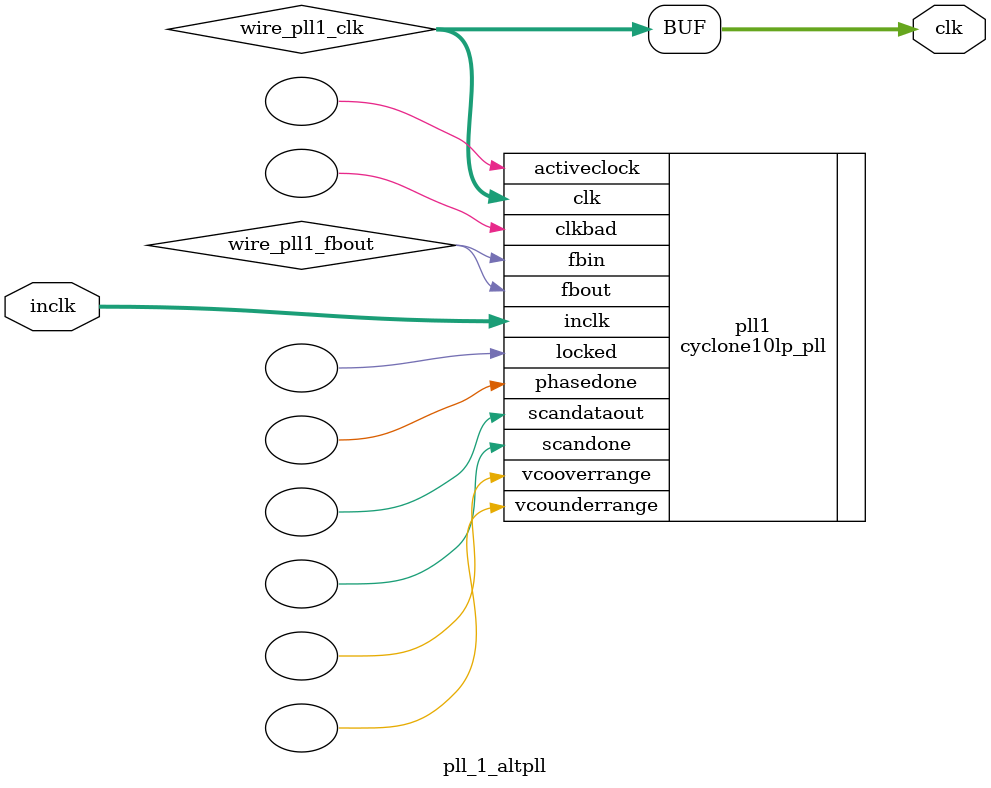
<source format=v>






//synthesis_resources = cyclone10lp_pll 1 
//synopsys translate_off
`timescale 1 ps / 1 ps
//synopsys translate_on
module  pll_1_altpll
	( 
	clk,
	inclk) /* synthesis synthesis_clearbox=1 */;
	output   [4:0]  clk;
	input   [1:0]  inclk;
`ifndef ALTERA_RESERVED_QIS
// synopsys translate_off
`endif
	tri0   [1:0]  inclk;
`ifndef ALTERA_RESERVED_QIS
// synopsys translate_on
`endif

	wire  [4:0]   wire_pll1_clk;
	wire  wire_pll1_fbout;

	cyclone10lp_pll   pll1
	( 
	.activeclock(),
	.clk(wire_pll1_clk),
	.clkbad(),
	.fbin(wire_pll1_fbout),
	.fbout(wire_pll1_fbout),
	.inclk(inclk),
	.locked(),
	.phasedone(),
	.scandataout(),
	.scandone(),
	.vcooverrange(),
	.vcounderrange()
	`ifndef FORMAL_VERIFICATION
	// synopsys translate_off
	`endif
	,
	.areset(1'b0),
	.clkswitch(1'b0),
	.configupdate(1'b0),
	.pfdena(1'b1),
	.phasecounterselect({3{1'b0}}),
	.phasestep(1'b0),
	.phaseupdown(1'b0),
	.scanclk(1'b0),
	.scanclkena(1'b1),
	.scandata(1'b0)
	`ifndef FORMAL_VERIFICATION
	// synopsys translate_on
	`endif
	);
	defparam
		pll1.bandwidth_type = "auto",
		pll1.clk0_divide_by = 6,
		pll1.clk0_duty_cycle = 50,
		pll1.clk0_multiply_by = 25,
		pll1.clk0_phase_shift = "0",
		pll1.clk1_divide_by = 12,
		pll1.clk1_duty_cycle = 50,
		pll1.clk1_multiply_by = 25,
		pll1.clk1_phase_shift = "0",
		pll1.clk2_divide_by = 3,
		pll1.clk2_duty_cycle = 50,
		pll1.clk2_multiply_by = 2,
		pll1.clk2_phase_shift = "0",
		pll1.clk3_divide_by = 12,
		pll1.clk3_duty_cycle = 50,
		pll1.clk3_multiply_by = 1,
		pll1.clk3_phase_shift = "0",
		pll1.compensate_clock = "clk0",
		pll1.inclk0_input_frequency = 20833,
		pll1.operation_mode = "normal",
		pll1.pll_type = "auto",
		pll1.lpm_type = "cyclone10lp_pll";
	assign
		clk = {wire_pll1_clk[4:0]};
endmodule //pll_1_altpll
//VALID FILE

</source>
